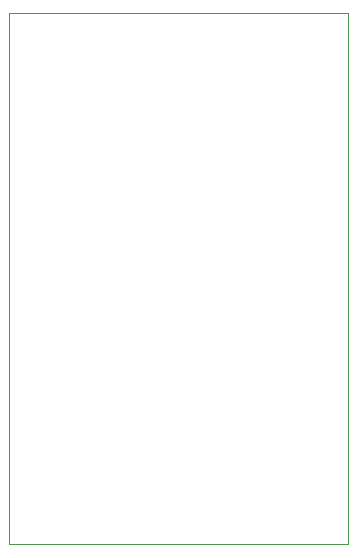
<source format=gbr>
%TF.GenerationSoftware,KiCad,Pcbnew,(5.1.8)-1*%
%TF.CreationDate,2021-05-23T21:47:32+08:00*%
%TF.ProjectId,only_ccd,6f6e6c79-5f63-4636-942e-6b696361645f,rev?*%
%TF.SameCoordinates,Original*%
%TF.FileFunction,Profile,NP*%
%FSLAX46Y46*%
G04 Gerber Fmt 4.6, Leading zero omitted, Abs format (unit mm)*
G04 Created by KiCad (PCBNEW (5.1.8)-1) date 2021-05-23 21:47:32*
%MOMM*%
%LPD*%
G01*
G04 APERTURE LIST*
%TA.AperFunction,Profile*%
%ADD10C,0.050000*%
%TD*%
G04 APERTURE END LIST*
D10*
X109601000Y-125730000D02*
X109601000Y-80772000D01*
X138303000Y-125730000D02*
X109601000Y-125730000D01*
X138303000Y-80772000D02*
X138303000Y-125730000D01*
X109601000Y-80772000D02*
X138303000Y-80772000D01*
M02*

</source>
